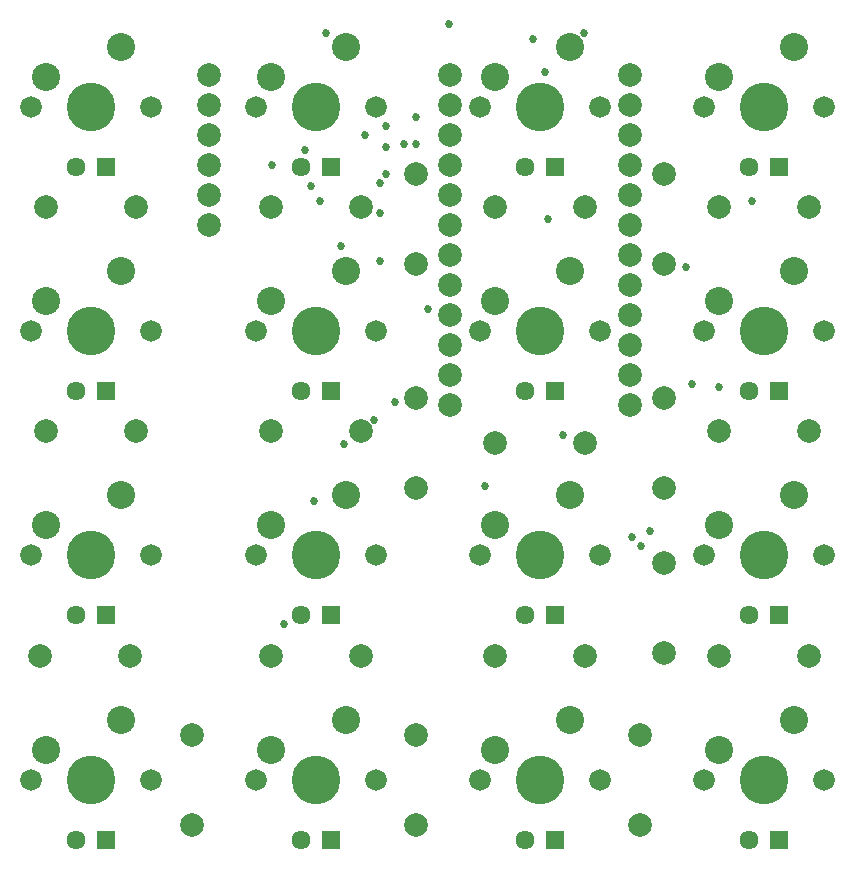
<source format=gbr>
G04 EAGLE Gerber X2 export*
%TF.Part,Single*%
%TF.FileFunction,Soldermask,Top,1*%
%TF.FilePolarity,Negative*%
%TF.GenerationSoftware,Autodesk,EAGLE,9.1.2*%
%TF.CreationDate,2018-09-23T14:51:44Z*%
G75*
%MOMM*%
%FSLAX34Y34*%
%LPD*%
%AMOC8*
5,1,8,0,0,1.08239X$1,22.5*%
G01*
%ADD10C,2.006600*%
%ADD11C,4.114800*%
%ADD12C,1.828800*%
%ADD13C,2.374900*%
%ADD14C,1.612900*%
%ADD15R,1.612900X1.612900*%
%ADD16C,0.685800*%


D10*
X493800Y737000D03*
X493800Y711600D03*
X493800Y686200D03*
X493800Y660800D03*
X493800Y635400D03*
X493800Y610000D03*
X493800Y584600D03*
X493800Y559200D03*
X493800Y533800D03*
X493800Y508400D03*
X493800Y483000D03*
X493800Y457600D03*
X646200Y457600D03*
X646200Y483000D03*
X646200Y508400D03*
X646200Y533800D03*
X646200Y559200D03*
X646200Y584600D03*
X646200Y610000D03*
X646200Y635400D03*
X646200Y660800D03*
X646200Y686200D03*
X646200Y711600D03*
X646200Y737000D03*
X275000Y178100D03*
X275000Y101900D03*
X418100Y435000D03*
X341900Y435000D03*
X608100Y425000D03*
X531900Y425000D03*
X798100Y435000D03*
X721900Y435000D03*
X228100Y625000D03*
X151900Y625000D03*
X418100Y625000D03*
X341900Y625000D03*
X608100Y625000D03*
X531900Y625000D03*
X798100Y625000D03*
X721900Y625000D03*
X465000Y178100D03*
X465000Y101900D03*
X655000Y178100D03*
X655000Y101900D03*
X675000Y246900D03*
X675000Y323100D03*
X223100Y245000D03*
X146900Y245000D03*
X418100Y245000D03*
X341900Y245000D03*
X608100Y245000D03*
X531900Y245000D03*
X798100Y245000D03*
X721900Y245000D03*
X228100Y435000D03*
X151900Y435000D03*
X465000Y576900D03*
X465000Y653100D03*
X465000Y386900D03*
X465000Y463100D03*
X675000Y653100D03*
X675000Y576900D03*
X675000Y463100D03*
X675000Y386900D03*
D11*
X190000Y140000D03*
D12*
X139200Y140000D03*
X240800Y140000D03*
D13*
X215400Y190800D03*
X151900Y165400D03*
D14*
X177300Y89200D03*
D15*
X202700Y89200D03*
D11*
X380000Y520000D03*
D12*
X329200Y520000D03*
X430800Y520000D03*
D13*
X405400Y570800D03*
X341900Y545400D03*
D14*
X367300Y469200D03*
D15*
X392700Y469200D03*
D11*
X570000Y520000D03*
D12*
X519200Y520000D03*
X620800Y520000D03*
D13*
X595400Y570800D03*
X531900Y545400D03*
D14*
X557300Y469200D03*
D15*
X582700Y469200D03*
D11*
X760000Y520000D03*
D12*
X709200Y520000D03*
X810800Y520000D03*
D13*
X785400Y570800D03*
X721900Y545400D03*
D14*
X747300Y469200D03*
D15*
X772700Y469200D03*
D11*
X190000Y710000D03*
D12*
X139200Y710000D03*
X240800Y710000D03*
D13*
X215400Y760800D03*
X151900Y735400D03*
D14*
X177300Y659200D03*
D15*
X202700Y659200D03*
D11*
X380000Y710000D03*
D12*
X329200Y710000D03*
X430800Y710000D03*
D13*
X405400Y760800D03*
X341900Y735400D03*
D14*
X367300Y659200D03*
D15*
X392700Y659200D03*
D11*
X570000Y710000D03*
D12*
X519200Y710000D03*
X620800Y710000D03*
D13*
X595400Y760800D03*
X531900Y735400D03*
D14*
X557300Y659200D03*
D15*
X582700Y659200D03*
D11*
X760000Y710000D03*
D12*
X709200Y710000D03*
X810800Y710000D03*
D13*
X785400Y760800D03*
X721900Y735400D03*
D14*
X747300Y659200D03*
D15*
X772700Y659200D03*
D11*
X380000Y140000D03*
D12*
X329200Y140000D03*
X430800Y140000D03*
D13*
X405400Y190800D03*
X341900Y165400D03*
D14*
X367300Y89200D03*
D15*
X392700Y89200D03*
D11*
X570000Y140000D03*
D12*
X519200Y140000D03*
X620800Y140000D03*
D13*
X595400Y190800D03*
X531900Y165400D03*
D14*
X557300Y89200D03*
D15*
X582700Y89200D03*
D11*
X760000Y140000D03*
D12*
X709200Y140000D03*
X810800Y140000D03*
D13*
X785400Y190800D03*
X721900Y165400D03*
D14*
X747300Y89200D03*
D15*
X772700Y89200D03*
D11*
X190000Y330000D03*
D12*
X139200Y330000D03*
X240800Y330000D03*
D13*
X215400Y380800D03*
X151900Y355400D03*
D14*
X177300Y279200D03*
D15*
X202700Y279200D03*
D11*
X380000Y330000D03*
D12*
X329200Y330000D03*
X430800Y330000D03*
D13*
X405400Y380800D03*
X341900Y355400D03*
D14*
X367300Y279200D03*
D15*
X392700Y279200D03*
D11*
X570000Y330000D03*
D12*
X519200Y330000D03*
X620800Y330000D03*
D13*
X595400Y380800D03*
X531900Y355400D03*
D14*
X557300Y279200D03*
D15*
X582700Y279200D03*
D11*
X760000Y330000D03*
D12*
X709200Y330000D03*
X810800Y330000D03*
D13*
X785400Y380800D03*
X721900Y355400D03*
D14*
X747300Y279200D03*
D15*
X772700Y279200D03*
D11*
X190000Y520000D03*
D12*
X139200Y520000D03*
X240800Y520000D03*
D13*
X215400Y570800D03*
X151900Y545400D03*
D14*
X177300Y469200D03*
D15*
X202700Y469200D03*
D10*
X290000Y610000D03*
X290000Y635400D03*
X290000Y660800D03*
X290000Y686200D03*
X290000Y711600D03*
X290000Y737000D03*
D16*
X589280Y431800D03*
X474980Y538480D03*
X447040Y459740D03*
X378460Y375920D03*
X662940Y350520D03*
X647700Y345440D03*
X353060Y271780D03*
X693420Y574040D03*
X721360Y472440D03*
X403860Y424180D03*
X434340Y579120D03*
X439420Y693420D03*
X434340Y645160D03*
X383540Y629920D03*
X429260Y444500D03*
X749300Y629920D03*
X576580Y614680D03*
X523240Y388620D03*
X655320Y337820D03*
X698500Y474980D03*
X401320Y591820D03*
X434340Y619760D03*
X439420Y652780D03*
X464820Y678180D03*
X464820Y701040D03*
X574040Y739140D03*
X370840Y673100D03*
X421640Y685800D03*
X492760Y779780D03*
X607060Y772160D03*
X342900Y660400D03*
X375920Y642620D03*
X439420Y675640D03*
X454660Y678180D03*
X388620Y772160D03*
X563880Y767080D03*
M02*

</source>
